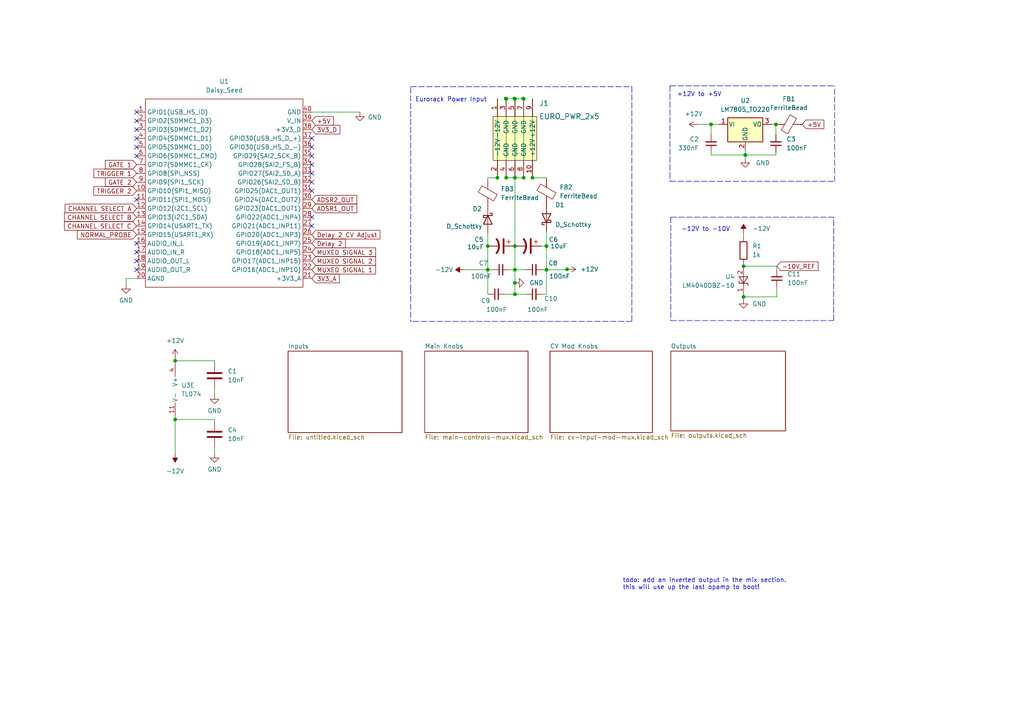
<source format=kicad_sch>
(kicad_sch (version 20211123) (generator eeschema)
  (paper "A4")
  (lib_symbols
    (symbol "Amplifier_Operational:TL074" (pin_names (offset 0.127))
      (property "Reference" "U" (at 0 5.08 0))
      (property "Value" "TL074" (at 0 -5.08 0))
      (symbol "TL074_1_1"
        (polyline (pts (xy -5.08 5.08) (xy 5.08 0) (xy -5.08 -5.08) (xy -5.08 5.08)) (stroke (width 0.254)) (fill (type background)))
        (pin output line (at 7.62 0 180) (length 2.54) (name "~") (number "1"))
        (pin input line (at -7.62 -2.54 0) (length 2.54) (name "-") (number "2"))
        (pin input line (at -7.62 2.54 0) (length 2.54) (name "+") (number "3"))
      )
      (symbol "TL074_2_1"
        (polyline (pts (xy -5.08 5.08) (xy 5.08 0) (xy -5.08 -5.08) (xy -5.08 5.08)) (stroke (width 0.254)) (fill (type background)))
        (pin input line (at -7.62 2.54 0) (length 2.54) (name "+") (number "5"))
        (pin input line (at -7.62 -2.54 0) (length 2.54) (name "-") (number "6"))
        (pin output line (at 7.62 0 180) (length 2.54) (name "~") (number "7"))
      )
      (symbol "TL074_3_1"
        (polyline (pts (xy -5.08 5.08) (xy 5.08 0) (xy -5.08 -5.08) (xy -5.08 5.08)) (stroke (width 0.254)) (fill (type background)))
        (pin input line (at -7.62 2.54 0) (length 2.54) (name "+") (number "10"))
        (pin output line (at 7.62 0 180) (length 2.54) (name "~") (number "8"))
        (pin input line (at -7.62 -2.54 0) (length 2.54) (name "-") (number "9"))
      )
      (symbol "TL074_4_1"
        (polyline (pts (xy -5.08 5.08) (xy 5.08 0) (xy -5.08 -5.08) (xy -5.08 5.08)) (stroke (width 0.254)) (fill (type background)))
        (pin input line (at -7.62 2.54 0) (length 2.54) (name "+") (number "12"))
        (pin input line (at -7.62 -2.54 0) (length 2.54) (name "-") (number "13"))
        (pin output line (at 7.62 0 180) (length 2.54) (name "~") (number "14"))
      )
      (symbol "TL074_5_1"
        (pin power_in line (at -2.54 -7.62 90) (length 3.81) (name "V-") (number "11"))
        (pin power_in line (at -2.54 7.62 270) (length 3.81) (name "V+") (number "4"))
      )
    )
    (symbol "Device:C" (pin_numbers hide) (pin_names (offset 0.254))
      (property "Reference" "C" (at 0.635 2.54 0))
      (property "Value" "C" (at 0.635 -2.54 0))
      (symbol "C_0_1"
        (polyline (pts (xy -2.032 -0.762) (xy 2.032 -0.762)) (stroke (width 0.508)))
        (polyline (pts (xy -2.032 0.762) (xy 2.032 0.762)) (stroke (width 0.508)))
      )
      (symbol "C_1_1"
        (pin passive line (at 0 3.81 270) (length 2.794) (name "~") (number "1"))
        (pin passive line (at 0 -3.81 90) (length 2.794) (name "~") (number "2"))
      )
    )
    (symbol "Device:C_Polarized_US" (pin_numbers hide) (pin_names (offset 0.254) hide)
      (property "Reference" "C" (at 0.635 2.54 0))
      (property "Value" "C_Polarized_US" (at 0.635 -2.54 0))
      (symbol "C_Polarized_US_0_1"
        (polyline (pts (xy -2.032 0.762) (xy 2.032 0.762)) (stroke (width 0.508)))
        (polyline (pts (xy -1.778 2.286) (xy -0.762 2.286)))
        (polyline (pts (xy -1.27 1.778) (xy -1.27 2.794)))
        (arc (start 2.032 -1.27) (mid 0 -0.5572) (end -2.032 -1.27) (stroke (width 0.508)))
      )
      (symbol "C_Polarized_US_1_1"
        (pin passive line (at 0 3.81 270) (length 2.794) (name "~") (number "1"))
        (pin passive line (at 0 -3.81 90) (length 3.302) (name "~") (number "2"))
      )
    )
    (symbol "Device:C_Small" (pin_numbers hide) (pin_names (offset 0.254) hide)
      (property "Reference" "C" (at 0.254 1.778 0))
      (property "Value" "C_Small" (at 0.254 -2.032 0))
      (symbol "C_Small_0_1"
        (polyline (pts (xy -1.524 -0.508) (xy 1.524 -0.508)) (stroke (width 0.3302)))
        (polyline (pts (xy -1.524 0.508) (xy 1.524 0.508)) (stroke (width 0.3048)))
      )
      (symbol "C_Small_1_1"
        (pin passive line (at 0 2.54 270) (length 2.032) (name "~") (number "1"))
        (pin passive line (at 0 -2.54 90) (length 2.032) (name "~") (number "2"))
      )
    )
    (symbol "Device:D_Schottky" (pin_numbers hide) (pin_names (offset 1.016) hide)
      (property "Reference" "D" (at 0 2.54 0))
      (property "Value" "D_Schottky" (at 0 -2.54 0))
      (symbol "D_Schottky_0_1"
        (polyline (pts (xy 1.27 0) (xy -1.27 0)))
        (polyline (pts (xy 1.27 1.27) (xy 1.27 -1.27) (xy -1.27 0) (xy 1.27 1.27)) (stroke (width 0.254)))
        (polyline (pts (xy -1.905 0.635) (xy -1.905 1.27) (xy -1.27 1.27) (xy -1.27 -1.27) (xy -0.635 -1.27) (xy -0.635 -0.635)) (stroke (width 0.254)))
      )
      (symbol "D_Schottky_1_1"
        (pin passive line (at -3.81 0 0) (length 2.54) (name "K") (number "1"))
        (pin passive line (at 3.81 0 180) (length 2.54) (name "A") (number "2"))
      )
    )
    (symbol "Device:FerriteBead" (pin_numbers hide) (pin_names (offset 0))
      (property "Reference" "FB" (at -3.81 0.635 90))
      (property "Value" "FerriteBead" (at 3.81 0 90))
      (symbol "FerriteBead_0_1"
        (polyline (pts (xy 0 -1.27) (xy 0 -1.2192)))
        (polyline (pts (xy 0 1.27) (xy 0 1.2954)))
        (polyline (pts (xy -2.7686 0.4064) (xy -1.7018 2.2606) (xy 2.7686 -0.3048) (xy 1.6764 -2.159) (xy -2.7686 0.4064)))
      )
      (symbol "FerriteBead_1_1"
        (pin passive line (at 0 3.81 270) (length 2.54) (name "~") (number "1"))
        (pin passive line (at 0 -3.81 90) (length 2.54) (name "~") (number "2"))
      )
    )
    (symbol "Device:R" (pin_numbers hide) (pin_names (offset 0))
      (property "Reference" "R" (at 2.032 0 90))
      (property "Value" "R" (at 0 0 90))
      (symbol "R_0_1"
        (rectangle (start -1.016 -2.54) (end 1.016 2.54) (stroke (width 0.254)))
      )
      (symbol "R_1_1"
        (pin passive line (at 0 3.81 270) (length 1.27) (name "~") (number "1"))
        (pin passive line (at 0 -3.81 90) (length 1.27) (name "~") (number "2"))
      )
    )
    (symbol "Reference_Voltage:LM4040DBZ-10" (pin_names (offset 0.0254) hide)
      (property "Reference" "U" (at 0 2.54 0))
      (property "Value" "LM4040DBZ-10" (at 0 -3.175 0))
      (symbol "LM4040DBZ-10_0_1"
        (polyline (pts (xy -1.27 0) (xy 0 0) (xy 1.27 0)))
        (polyline (pts (xy -1.27 -1.27) (xy 0.635 0) (xy -1.27 1.27) (xy -1.27 -1.27)) (stroke (width 0.2032)))
        (polyline (pts (xy 0 -1.27) (xy 0.635 -1.27) (xy 0.635 1.27) (xy 1.27 1.27)) (stroke (width 0.2032)))
      )
      (symbol "LM4040DBZ-10_1_1"
        (pin passive line (at 3.81 0 180) (length 2.54) (name "K") (number "1"))
        (pin passive line (at -3.81 0 0) (length 2.54) (name "A") (number "2"))
      )
    )
    (symbol "Regulator_Linear:MC78M05_TO252" (pin_names (offset 0.254))
      (property "Reference" "U" (at -3.81 3.175 0))
      (property "Value" "MC78M05_TO252" (at 0 3.175 0))
      (symbol "MC78M05_TO252_0_1"
        (rectangle (start -5.08 1.905) (end 5.08 -5.08) (stroke (width 0.254)) (fill (type background)))
      )
      (symbol "MC78M05_TO252_1_1"
        (pin power_in line (at -7.62 0 0) (length 2.54) (name "VI") (number "1"))
        (pin power_in line (at 0 -7.62 90) (length 2.54) (name "GND") (number "2"))
        (pin power_out line (at 7.62 0 180) (length 2.54) (name "VO") (number "3"))
      )
    )
    (symbol "electrosmith-daisy-seed:Daisy_Seed"
      (property "Reference" "U" (at 0 0 0))
      (property "Value" "Daisy_Seed" (at 0 0 0))
      (symbol "Daisy_Seed_0_1"
        (rectangle (start 0 -1.27) (end 45.72 -55.88))
      )
      (symbol "Daisy_Seed_1_1"
        (pin bidirectional line (at -2.54 -5.08 0) (length 2.54) (name "GPIO1(USB_HS_ID)") (number "1"))
        (pin bidirectional line (at -2.54 -27.94 0) (length 2.54) (name "GPIO10(SPI1_MISO)") (number "10"))
        (pin bidirectional line (at -2.54 -30.48 0) (length 2.54) (name "GPIO11(SPI1_MOSI)") (number "11"))
        (pin bidirectional line (at -2.54 -33.02 0) (length 2.54) (name "GPIO12(I2C1_SCL)") (number "12"))
        (pin bidirectional line (at -2.54 -35.56 0) (length 2.54) (name "GPIO13(I2C1_SDA)") (number "13"))
        (pin bidirectional line (at -2.54 -38.1 0) (length 2.54) (name "GPIO14(USART1_TX)") (number "14"))
        (pin bidirectional line (at -2.54 -40.64 0) (length 2.54) (name "GPIO15(USART1_RX)") (number "15"))
        (pin input line (at -2.54 -43.18 0) (length 2.54) (name "AUDIO_IN_L") (number "16"))
        (pin input line (at -2.54 -45.72 0) (length 2.54) (name "AUDIO_IN_R") (number "17"))
        (pin output line (at -2.54 -48.26 0) (length 2.54) (name "AUDIO_OUT_L") (number "18"))
        (pin output line (at -2.54 -50.8 0) (length 2.54) (name "AUDIO_OUT_R") (number "19"))
        (pin bidirectional line (at -2.54 -7.62 0) (length 2.54) (name "GPIO2(SDMMC1_D3)") (number "2"))
        (pin power_in line (at -2.54 -53.34 0) (length 2.54) (name "AGND") (number "20"))
        (pin power_out line (at 48.26 -53.34 180) (length 2.54) (name "+3V3_A") (number "21"))
        (pin bidirectional line (at 48.26 -50.8 180) (length 2.54) (name "GPIO16(ADC1_INP10)") (number "22"))
        (pin bidirectional line (at 48.26 -48.26 180) (length 2.54) (name "GPIO17(ADC1_INP15)") (number "23"))
        (pin bidirectional line (at 48.26 -45.72 180) (length 2.54) (name "GPIO18(ADC1_INP5)") (number "24"))
        (pin bidirectional line (at 48.26 -43.18 180) (length 2.54) (name "GPIO19(ADC1_INP7)") (number "25"))
        (pin bidirectional line (at 48.26 -40.64 180) (length 2.54) (name "GPIO20(ADC1_INP3)") (number "26"))
        (pin bidirectional line (at 48.26 -38.1 180) (length 2.54) (name "GPIO21(ADC1_INP11)") (number "27"))
        (pin bidirectional line (at 48.26 -35.56 180) (length 2.54) (name "GPIO22(ADC1_INP4)") (number "28"))
        (pin bidirectional line (at 48.26 -33.02 180) (length 2.54) (name "GPIO23(DAC1_OUT1)") (number "29"))
        (pin bidirectional line (at -2.54 -10.16 0) (length 2.54) (name "GPIO3(SDMMC1_D2)") (number "3"))
        (pin bidirectional line (at 48.26 -30.48 180) (length 2.54) (name "GPIO24(DAC1_OUT2)") (number "30"))
        (pin bidirectional line (at 48.26 -27.94 180) (length 2.54) (name "GPIO25(DAC1_OUT1)") (number "31"))
        (pin bidirectional line (at 48.26 -25.4 180) (length 2.54) (name "GPIO26(SAI2_SD_B)") (number "32"))
        (pin bidirectional line (at 48.26 -22.86 180) (length 2.54) (name "GPIO27(SAI2_SD_A)") (number "33"))
        (pin bidirectional line (at 48.26 -20.32 180) (length 2.54) (name "GPIO28(SAI2_FS_B)") (number "34"))
        (pin bidirectional line (at 48.26 -17.78 180) (length 2.54) (name "GPIO29(SAI2_SCK_B)") (number "35"))
        (pin bidirectional line (at 48.26 -15.24 180) (length 2.54) (name "GPIO30(USB_HS_D_-)") (number "36"))
        (pin bidirectional line (at 48.26 -12.7 180) (length 2.54) (name "GPIO30(USB_HS_D_+)") (number "37"))
        (pin power_out line (at 48.26 -10.16 180) (length 2.54) (name "+3V3_D") (number "38"))
        (pin power_in line (at 48.26 -7.62 180) (length 2.54) (name "V_IN") (number "39"))
        (pin bidirectional line (at -2.54 -12.7 0) (length 2.54) (name "GPIO4(SDMMC1_D1)") (number "4"))
        (pin power_in line (at 48.26 -5.08 180) (length 2.54) (name "GND") (number "40"))
        (pin bidirectional line (at -2.54 -15.24 0) (length 2.54) (name "GPIO5(SDMMC1_D0)") (number "5"))
        (pin bidirectional line (at -2.54 -17.78 0) (length 2.54) (name "GPIO6(SDMMC1_CMD)") (number "6"))
        (pin bidirectional line (at -2.54 -20.32 0) (length 2.54) (name "GPIO7(SDMMC1_CK)") (number "7"))
        (pin bidirectional line (at -2.54 -22.86 0) (length 2.54) (name "GPIO8(SPI_NSS)") (number "8"))
        (pin bidirectional line (at -2.54 -25.4 0) (length 2.54) (name "GPIO9(SPI1_SCK)") (number "9"))
      )
    )
    (symbol "eurocad:EURO_PWR_2x5" (pin_names (offset 1.016))
      (property "Reference" "J" (at 0 -7.62 0))
      (property "Value" "EURO_PWR_2x5" (at 0 7.62 0))
      (symbol "EURO_PWR_2x5_0_1"
        (rectangle (start -6.35 6.35) (end 6.35 -6.35) (fill (type background)))
      )
      (symbol "EURO_PWR_2x5_1_1"
        (pin power_in line (at -11.43 -5.08 0) (length 5.08) (name "-12V") (number "1"))
        (pin power_in line (at 11.43 5.08 180) (length 5.08) (name "+12V") (number "10"))
        (pin power_in line (at 11.43 -5.08 180) (length 5.08) (name "-12V") (number "2"))
        (pin power_in line (at -11.43 -2.54 0) (length 5.08) (name "GND") (number "3"))
        (pin power_in line (at 11.43 -2.54 180) (length 5.08) (name "GND") (number "4"))
        (pin power_in line (at -11.43 0 0) (length 5.08) (name "GND") (number "5"))
        (pin power_in line (at 11.43 0 180) (length 5.08) (name "GND") (number "6"))
        (pin power_in line (at -11.43 2.54 0) (length 5.08) (name "GND") (number "7"))
        (pin power_in line (at 11.43 2.54 180) (length 5.08) (name "GND") (number "8"))
        (pin power_in line (at -11.43 5.08 0) (length 5.08) (name "+12V") (number "9"))
      )
    )
    (symbol "power:+12V" (power) (pin_names (offset 0))
      (property "Value" "+12V" (at 0 3.556 0))
      (symbol "+12V_0_1"
        (polyline (pts (xy -0.762 1.27) (xy 0 2.54)))
        (polyline (pts (xy 0 0) (xy 0 2.54)))
        (polyline (pts (xy 0 2.54) (xy 0.762 1.27)))
      )
      (symbol "+12V_1_1"
        (pin power_in line (at 0 0 90) (length 0) hide (name "+12V") (number "1"))
      )
    )
    (symbol "power:-12V" (power) (pin_names (offset 0))
      (property "Value" "-12V" (at 0 3.81 0))
      (symbol "-12V_0_0"
        (pin power_in line (at 0 0 90) (length 0) hide (name "-12V") (number "1"))
      )
      (symbol "-12V_0_1"
        (polyline (pts (xy 0 0) (xy 0 1.27) (xy 0.762 1.27) (xy 0 2.54) (xy -0.762 1.27) (xy 0 1.27)) (fill (type outline)))
      )
    )
    (symbol "power:GND" (power) (pin_names (offset 0))
      (property "Value" "GND" (at 0 -3.81 0))
      (symbol "GND_0_1"
        (polyline (pts (xy 0 0) (xy 0 -1.27) (xy 1.27 -1.27) (xy 0 -2.54) (xy -1.27 -1.27) (xy 0 -1.27)))
      )
      (symbol "GND_1_1"
        (pin power_in line (at 0 0 270) (length 0) hide (name "GND") (number "1"))
      )
    )
  )
  (junction (at 151.892 28.702))
  (junction (at 149.352 71.374))
  (junction (at 206.248 36.068))
  (junction (at 149.225 28.575))
  (junction (at 149.352 82.042))
  (junction (at 50.8 104.648))
  (junction (at 225.044 36.068))
  (junction (at 215.646 77.216))
  (junction (at 149.352 85.344))
  (junction (at 154.432 51.562))
  (junction (at 158.496 71.374))
  (junction (at 215.646 86.106))
  (junction (at 141.478 71.374))
  (junction (at 164.465 78.105))
  (junction (at 50.8 121.666))
  (junction (at 144.272 51.562))
  (junction (at 141.478 78.232))
  (junction (at 149.352 78.232))
  (junction (at 146.812 28.702))
  (junction (at 149.352 51.562))
  (junction (at 151.765 28.575))
  (junction (at 158.496 78.232))
  (junction (at 146.685 28.575))
  (junction (at 149.352 28.702))
  (junction (at 151.892 51.562))
  (junction (at 146.812 51.562))
  (junction (at 216.154 44.958))
  (no_connect (at 39.624 35.052))
  (no_connect (at 90.424 62.992))
  (no_connect (at 90.424 65.532))
  (no_connect (at 39.624 37.592))
  (no_connect (at 90.424 45.212))
  (no_connect (at 90.424 55.372))
  (no_connect (at 39.624 78.232))
  (no_connect (at 39.624 40.132))
  (no_connect (at 90.424 40.132))
  (no_connect (at 39.624 57.912))
  (no_connect (at 90.424 47.752))
  (no_connect (at 90.424 42.672))
  (no_connect (at 39.624 75.692))
  (no_connect (at 90.424 52.832))
  (no_connect (at 39.624 70.612))
  (no_connect (at 90.424 50.292))
  (no_connect (at 39.624 32.512))
  (no_connect (at 39.624 73.152))
  (no_connect (at 39.624 45.212))
  (no_connect (at 39.624 42.672))
  (wire (pts (xy 158.496 51.562) (xy 158.496 51.816)))
  (wire (pts (xy 149.352 51.562) (xy 151.892 51.562)))
  (wire (pts (xy 149.352 78.232) (xy 152.4 78.232)))
  (wire (pts (xy 206.248 36.068) (xy 208.534 36.068)))
  (polyline (pts (xy 241.808 92.964) (xy 241.808 62.992)))
  (wire (pts (xy 141.478 51.562) (xy 144.272 51.562)))
  (wire (pts (xy 141.478 52.324) (xy 141.478 51.562)))
  (wire (pts (xy 149.352 28.702) (xy 149.352 51.562)))
  (wire (pts (xy 157.48 85.344) (xy 158.496 85.344)))
  (wire (pts (xy 146.558 85.344) (xy 149.352 85.344)))
  (wire (pts (xy 156.972 71.374) (xy 158.496 71.374)))
  (polyline (pts (xy 119.126 84.201) (xy 119.126 25.146)))
  (wire (pts (xy 149.352 71.374) (xy 149.352 78.232)))
  (polyline (pts (xy 183.261 25.146) (xy 183.261 93.218)))
  (wire (pts (xy 134.62 78.232) (xy 141.478 78.232)))
  (wire (pts (xy 62.23 105.156) (xy 62.23 104.648)))
  (wire (pts (xy 215.646 76.454) (xy 215.646 77.216)))
  (wire (pts (xy 149.352 85.344) (xy 152.4 85.344)))
  (wire (pts (xy 158.496 78.232) (xy 157.48 78.232)))
  (wire (pts (xy 223.774 36.068) (xy 225.044 36.068)))
  (wire (pts (xy 146.812 28.702) (xy 146.812 51.562)))
  (polyline (pts (xy 194.31 24.892) (xy 242.062 24.892)))
  (wire (pts (xy 154.432 28.702) (xy 154.432 51.562)))
  (wire (pts (xy 225.044 44.958) (xy 216.154 44.958)))
  (wire (pts (xy 50.8 104.648) (xy 50.8 103.886)))
  (wire (pts (xy 50.8 104.648) (xy 50.8 105.41)))
  (wire (pts (xy 50.8 131.572) (xy 50.8 121.666)))
  (wire (pts (xy 154.432 51.562) (xy 158.496 51.562)))
  (polyline (pts (xy 183.261 93.218) (xy 119.126 93.218)))
  (polyline (pts (xy 194.564 62.992) (xy 194.564 92.964)))
  (wire (pts (xy 146.685 28.575) (xy 149.225 28.575)))
  (polyline (pts (xy 242.062 52.578) (xy 242.062 24.892)))
  (wire (pts (xy 62.23 122.174) (xy 62.23 121.666)))
  (wire (pts (xy 206.248 36.068) (xy 206.248 39.116)))
  (wire (pts (xy 215.646 67.564) (xy 215.646 68.834)))
  (wire (pts (xy 62.23 112.776) (xy 62.23 114.554)))
  (wire (pts (xy 164.592 78.232) (xy 164.465 78.105)))
  (wire (pts (xy 50.8 121.666) (xy 62.23 121.666)))
  (wire (pts (xy 215.646 77.216) (xy 215.646 77.724)))
  (wire (pts (xy 62.23 129.794) (xy 62.23 131.572)))
  (wire (pts (xy 151.892 28.702) (xy 151.765 28.575)))
  (wire (pts (xy 144.272 28.702) (xy 144.272 51.562)))
  (wire (pts (xy 147.828 78.232) (xy 149.352 78.232)))
  (polyline (pts (xy 119.126 83.566) (xy 119.126 93.218)))
  (wire (pts (xy 62.23 104.648) (xy 50.8 104.648)))
  (wire (pts (xy 158.496 71.374) (xy 158.496 67.056)))
  (wire (pts (xy 90.424 32.512) (xy 104.394 32.512)))
  (wire (pts (xy 146.812 28.702) (xy 146.685 28.575)))
  (polyline (pts (xy 194.31 52.578) (xy 242.062 52.578)))
  (wire (pts (xy 225.298 86.106) (xy 215.646 86.106)))
  (wire (pts (xy 215.646 86.106) (xy 215.646 86.868)))
  (wire (pts (xy 225.298 83.312) (xy 225.298 86.106)))
  (wire (pts (xy 149.352 71.374) (xy 149.098 71.374)))
  (wire (pts (xy 36.576 82.55) (xy 36.576 80.772)))
  (wire (pts (xy 149.225 28.575) (xy 151.765 28.575)))
  (wire (pts (xy 141.478 71.374) (xy 141.478 78.232)))
  (polyline (pts (xy 194.564 92.964) (xy 241.808 92.964)))
  (wire (pts (xy 206.248 44.958) (xy 216.154 44.958)))
  (wire (pts (xy 216.154 43.688) (xy 216.154 44.958)))
  (wire (pts (xy 225.044 44.196) (xy 225.044 44.958)))
  (polyline (pts (xy 194.564 62.992) (xy 241.808 62.992)))
  (wire (pts (xy 149.352 78.232) (xy 149.352 82.042)))
  (wire (pts (xy 149.352 28.702) (xy 149.225 28.575)))
  (wire (pts (xy 151.892 28.702) (xy 151.892 51.562)))
  (wire (pts (xy 149.352 82.042) (xy 149.352 85.344)))
  (wire (pts (xy 225.044 39.116) (xy 225.044 36.068)))
  (wire (pts (xy 206.248 44.196) (xy 206.248 44.958)))
  (wire (pts (xy 215.646 85.344) (xy 215.646 86.106)))
  (polyline (pts (xy 194.31 24.892) (xy 194.31 52.578)))
  (wire (pts (xy 158.496 78.232) (xy 164.592 78.232)))
  (polyline (pts (xy 119.126 25.146) (xy 183.261 25.146)))
  (wire (pts (xy 225.298 77.216) (xy 215.646 77.216)))
  (wire (pts (xy 141.478 78.232) (xy 141.478 85.344)))
  (wire (pts (xy 36.576 80.772) (xy 39.624 80.772)))
  (wire (pts (xy 158.496 78.232) (xy 158.496 85.344)))
  (wire (pts (xy 146.812 51.562) (xy 149.352 51.562)))
  (wire (pts (xy 225.298 78.232) (xy 225.298 77.216)))
  (wire (pts (xy 216.154 44.958) (xy 216.154 45.974)))
  (wire (pts (xy 50.8 120.65) (xy 50.8 121.666)))
  (wire (pts (xy 149.352 51.562) (xy 149.352 71.374)))
  (wire (pts (xy 202.438 36.068) (xy 206.248 36.068)))
  (wire (pts (xy 158.496 71.374) (xy 158.496 78.232)))
  (wire (pts (xy 141.478 78.232) (xy 142.748 78.232)))
  (wire (pts (xy 141.478 67.564) (xy 141.478 71.374)))
  (text "todo: add an inverted output in the mix section.\nthis will use up the last opamp to boot!" (at 180.594 171.196 0) (effects (font (size 1.27 1.27)) (justify left bottom)))
  (text "-12V to -10V" (at 197.612 67.31 0) (effects (font (size 1.27 1.27)) (justify left bottom)))
  (text "Eurorack Power Input" (at 120.396 29.718 0) (effects (font (size 1.27 1.27)) (justify left bottom)))
  (text "+12V to +5V" (at 196.342 28.194 0) (effects (font (size 1.27 1.27)) (justify left bottom)))
  (global_label "ADSR1_OUT" (shape input) (at 90.424 60.452 0) (property "Intersheet References" "${INTERSHEET_REFS}" (effects hide)))
  (global_label "GATE 1" (shape input) (at 39.624 47.752 180) (property "Intersheet References" "${INTERSHEET_REFS}" (effects hide)))
  (global_label "+5V" (shape input) (at 232.664 36.068 0) (property "Intersheet References" "${INTERSHEET_REFS}" (effects hide)))
  (global_label "+5V" (shape input) (at 90.424 35.052 0) (property "Intersheet References" "${INTERSHEET_REFS}" (effects hide)))
  (global_label "3V3_A" (shape input) (at 90.424 80.772 0) (property "Intersheet References" "${INTERSHEET_REFS}" (effects hide)))
  (global_label "CHANNEL SELECT A" (shape input) (at 39.624 60.452 180) (property "Intersheet References" "${INTERSHEET_REFS}" (effects hide)))
  (global_label "-10V_REF" (shape input) (at 225.298 77.216 0) (property "Intersheet References" "${INTERSHEET_REFS}" (effects hide)))
  (global_label "3V3_D" (shape input) (at 90.424 37.592 0) (property "Intersheet References" "${INTERSHEET_REFS}" (effects hide)))
  (global_label "Delay 2" (shape input) (at 90.424 70.612 0) (property "Intersheet References" "${INTERSHEET_REFS}" (effects hide)))
  (global_label "ADSR2_OUT" (shape input) (at 90.424 57.912 0) (property "Intersheet References" "${INTERSHEET_REFS}" (effects hide)))
  (global_label "TRIGGER 2" (shape input) (at 39.624 55.372 180) (property "Intersheet References" "${INTERSHEET_REFS}" (effects hide)))
  (global_label "MUXED SIGNAL 1" (shape input) (at 90.424 78.232 0) (property "Intersheet References" "${INTERSHEET_REFS}" (effects hide)))
  (global_label "Delay 2 CV Adjust" (shape input) (at 90.424 68.072 0) (property "Intersheet References" "${INTERSHEET_REFS}" (effects hide)))
  (global_label "GATE 2" (shape input) (at 39.624 52.832 180) (property "Intersheet References" "${INTERSHEET_REFS}" (effects hide)))
  (global_label "MUXED SIGNAL 2" (shape input) (at 90.424 75.692 0) (property "Intersheet References" "${INTERSHEET_REFS}" (effects hide)))
  (global_label "TRIGGER 1" (shape input) (at 39.624 50.292 180) (property "Intersheet References" "${INTERSHEET_REFS}" (effects hide)))
  (global_label "MUXED SIGNAL 3" (shape input) (at 90.424 73.152 0) (property "Intersheet References" "${INTERSHEET_REFS}" (effects hide)))
  (global_label "CHANNEL SELECT B" (shape input) (at 39.624 62.992 180) (property "Intersheet References" "${INTERSHEET_REFS}" (effects hide)))
  (global_label "NORMAL_PROBE" (shape input) (at 39.624 68.072 180) (property "Intersheet References" "${INTERSHEET_REFS}" (effects hide)))
  (global_label "CHANNEL SELECT C" (shape input) (at 39.624 65.532 180) (property "Intersheet References" "${INTERSHEET_REFS}" (effects hide)))
  (symbol (lib_id "power:GND") (at 104.394 32.512 0) (unit 1)
    (property "Reference" "#PWR01" (effects hide))
    (property "Value" "GND" (at 108.712 34.036 0))
  )
  (symbol (lib_id "eurocad:EURO_PWR_2x5") (at 149.352 40.132 270) (unit 1)
    (property "Reference" "J1" (at 156.337 29.972 90) (effects (font (size 1.524 1.524)) (justify left)))
    (property "Value" "EURO_PWR_2x5" (at 156.337 33.782 90) (effects (font (size 1.524 1.524)) (justify left)))
    (property "Footprint" "Connector_IDC:IDC-Header_2x05_P2.54mm_Vertical" (effects hide))
  )
  (symbol (lib_id "Device:D_Schottky") (at 158.496 63.246 90) (unit 1)
    (property "Reference" "D1" (at 161.036 59.436 90) (effects (justify right)))
    (property "Value" "D_Schottky" (at 161.036 65.151 90) (effects (justify right)))
    (property "Footprint" "Diode_SMD:D_SOD-123" (effects hide))
  )
  (symbol (lib_id "power:-12V") (at 50.8 131.572 180) (unit 1)
    (property "Reference" "#PWR07" (effects hide))
    (property "Value" "-12V" (at 50.8 136.652 0))
  )
  (symbol (lib_id "electrosmith-daisy-seed:Daisy_Seed") (at 42.164 27.432 0) (unit 1)
    (property "Reference" "U1" (at 65.024 23.622 0))
    (property "Value" "Daisy_Seed" (at 65.024 26.162 0))
    (property "Footprint" "daisy-seed:Daisy_Seed" (effects hide))
  )
  (symbol (lib_id "Amplifier_Operational:TL074") (at 53.34 113.03 0) (unit 5)
    (property "Reference" "U3" (at 52.578 111.7599 0) (effects (justify left)))
    (property "Value" "TL074" (at 52.578 114.2999 0) (effects (justify left)))
    (property "Footprint" "Package_SO:SOIC-14_3.9x8.7mm_P1.27mm" (effects hide))
    (property "Datasheet" "http://www.ti.com/lit/ds/symlink/tl071.pdf" (effects hide))
  )
  (symbol (lib_id "power:GND") (at 215.646 86.868 0) (unit 1)
    (property "Reference" "#PWR014" (effects hide))
    (property "Value" "GND" (at 218.186 88.1379 0) (effects (justify left)))
  )
  (symbol (lib_id "power:GND") (at 36.576 82.55 0) (unit 1)
    (property "Reference" "#PWR013" (effects hide))
    (property "Value" "GND" (at 36.576 87.122 0))
  )
  (symbol (lib_id "power:-12V") (at 134.62 78.232 90) (unit 1)
    (property "Reference" "#PWR010" (effects hide))
    (property "Value" "-12V" (at 131.445 78.2319 90) (effects (justify left)))
  )
  (symbol (lib_id "Device:C_Polarized_US") (at 145.288 71.374 270) (unit 1)
    (property "Reference" "C5" (at 138.938 69.469 90))
    (property "Value" "10uF" (at 137.922 71.628 90))
    (property "Footprint" "Capacitor_SMD:C_0805_2012Metric" (effects hide))
  )
  (symbol (lib_id "Device:C_Small") (at 144.018 85.344 90) (unit 1)
    (property "Reference" "C9" (at 140.843 87.249 90))
    (property "Value" "100nF" (at 144.018 89.789 90))
    (property "Footprint" "Capacitor_SMD:C_0805_2012Metric" (effects hide))
  )
  (symbol (lib_id "Device:C") (at 62.23 108.966 0) (unit 1)
    (property "Reference" "C1" (at 66.04 107.6959 0) (effects (justify left)))
    (property "Value" "10nF" (at 66.04 110.2359 0) (effects (justify left)))
    (property "Footprint" "Capacitor_SMD:C_0805_2012Metric" (effects hide))
  )
  (symbol (lib_id "Device:C_Small") (at 154.94 78.232 90) (unit 1)
    (property "Reference" "C8" (at 160.401 76.327 90))
    (property "Value" "100nF" (at 162.306 80.137 90))
    (property "Footprint" "Capacitor_SMD:C_0805_2012Metric" (effects hide))
  )
  (symbol (lib_id "Device:C_Small") (at 145.288 78.232 90) (unit 1)
    (property "Reference" "C7" (at 140.208 76.327 90))
    (property "Value" "100nF" (at 139.573 80.137 90))
    (property "Footprint" "Capacitor_SMD:C_0805_2012Metric" (effects hide))
  )
  (symbol (lib_id "power:GND") (at 62.23 131.572 0) (unit 1)
    (property "Reference" "#PWR08" (effects hide))
    (property "Value" "GND" (at 62.23 136.144 0))
  )
  (symbol (lib_id "Device:C_Small") (at 225.044 41.656 180) (unit 1)
    (property "Reference" "C3" (at 228.092 40.3795 0) (effects (justify right)))
    (property "Value" "100nF" (at 228.092 42.9195 0) (effects (justify right)))
    (property "Footprint" "Capacitor_SMD:C_0805_2012Metric" (effects hide))
  )
  (symbol (lib_id "Device:C_Small") (at 154.94 85.344 90) (unit 1)
    (property "Reference" "C10" (at 159.766 86.614 90))
    (property "Value" "100nF" (at 155.956 89.789 90))
    (property "Footprint" "Capacitor_SMD:C_0805_2012Metric" (effects hide))
  )
  (symbol (lib_id "power:-12V") (at 215.646 67.564 0) (unit 1)
    (property "Reference" "#PWR09" (effects hide))
    (property "Value" "-12V" (at 218.186 66.2939 0) (effects (justify left)))
  )
  (symbol (lib_id "Device:FerriteBead") (at 228.854 36.068 90) (unit 1)
    (property "Reference" "FB1" (at 228.8032 28.702 90))
    (property "Value" "FerriteBead" (at 228.8032 31.242 90))
    (property "Footprint" "Inductor_SMD:L_0805_2012Metric" (effects hide))
  )
  (symbol (lib_id "power:GND") (at 216.154 45.974 0) (unit 1)
    (property "Reference" "#PWR06" (effects hide))
    (property "Value" "GND" (at 219.202 47.2439 0) (effects (justify left)))
  )
  (symbol (lib_id "Device:C_Small") (at 206.248 41.656 180) (unit 1)
    (property "Reference" "C2" (at 202.692 40.3795 0) (effects (justify left)))
    (property "Value" "330nF" (at 202.692 42.9195 0) (effects (justify left)))
    (property "Footprint" "Capacitor_SMD:C_0805_2012Metric" (effects hide))
  )
  (symbol (lib_id "Device:R") (at 215.646 72.644 180) (unit 1)
    (property "Reference" "R1" (at 218.186 71.3739 0) (effects (justify right)))
    (property "Value" "1k" (at 218.186 73.9139 0) (effects (justify right)))
    (property "Footprint" "Resistor_SMD:R_0805_2012Metric" (effects hide))
  )
  (symbol (lib_id "power:+12V") (at 164.465 78.105 270) (unit 1)
    (property "Reference" "#PWR011" (effects hide))
    (property "Value" "+12V" (at 168.275 78.1049 90) (effects (justify left)))
  )
  (symbol (lib_id "Device:C") (at 62.23 125.984 0) (unit 1)
    (property "Reference" "C4" (at 66.04 124.7139 0) (effects (justify left)))
    (property "Value" "10nF" (at 66.04 127.2539 0) (effects (justify left)))
    (property "Footprint" "Capacitor_SMD:C_0805_2012Metric" (effects hide))
  )
  (symbol (lib_id "Device:C_Small") (at 225.298 80.772 180) (unit 1)
    (property "Reference" "C11" (at 228.346 79.4955 0) (effects (justify right)))
    (property "Value" "100nF" (at 228.346 82.0355 0) (effects (justify right)))
    (property "Footprint" "Capacitor_SMD:C_0805_2012Metric" (effects hide))
  )
  (symbol (lib_id "Device:C_Polarized_US") (at 153.162 71.374 270) (unit 1)
    (property "Reference" "C6" (at 160.528 69.469 90))
    (property "Value" "10uF" (at 162.052 71.374 90))
    (property "Footprint" "Capacitor_SMD:C_0805_2012Metric" (effects hide))
  )
  (symbol (lib_id "power:GND") (at 149.352 82.042 90) (unit 1)
    (property "Reference" "#PWR012" (effects hide))
    (property "Value" "GND" (at 153.543 82.0419 90) (effects (justify right)))
  )
  (symbol (lib_id "power:+12V") (at 50.8 103.886 0) (unit 1)
    (property "Reference" "#PWR03" (effects hide))
    (property "Value" "+12V" (at 50.8 98.806 0))
  )
  (symbol (lib_id "Device:FerriteBead") (at 141.478 56.134 0) (unit 1)
    (property "Reference" "FB3" (at 145.288 54.8131 0) (effects (justify left)))
    (property "Value" "FerriteBead" (at 145.288 57.3531 0) (effects (justify left)))
    (property "Footprint" "Inductor_SMD:L_0805_2012Metric" (effects hide))
  )
  (symbol (lib_id "Reference_Voltage:LM4040DBZ-10") (at 215.646 81.534 270) (unit 1)
    (property "Reference" "U4" (at 213.106 80.2639 90) (effects (justify right)))
    (property "Value" "LM4040DBZ-10" (at 213.106 82.8039 90) (effects (justify right)))
    (property "Footprint" "Package_TO_SOT_SMD:SOT-23" (effects hide))
    (property "Datasheet" "http://www.ti.com/lit/ds/symlink/lm4040-n.pdf" (effects hide))
  )
  (symbol (lib_id "Regulator_Linear:MC78M05_TO252") (at 216.154 36.068 0) (unit 1)
    (property "Reference" "U2" (at 216.154 29.21 0))
    (property "Value" "LM7805_TO220" (at 216.154 31.75 0))
    (property "Footprint" "Package_TO_SOT_SMD:TO-252-2" (effects hide))
    (property "Datasheet" "https://www.onsemi.com/pub/Collateral/MC78M00-D.PDF" (effects hide))
  )
  (symbol (lib_id "power:+12V") (at 202.438 36.068 90) (unit 1)
    (property "Reference" "#PWR04" (effects hide))
    (property "Value" "+12V" (at 201.168 33.02 90))
  )
  (symbol (lib_id "power:GND") (at 62.23 114.554 0) (unit 1)
    (property "Reference" "#PWR05" (effects hide))
    (property "Value" "GND" (at 62.23 119.126 0))
  )
  (symbol (lib_id "Device:FerriteBead") (at 158.496 55.626 0) (unit 1)
    (property "Reference" "FB2" (at 162.306 54.3051 0) (effects (justify left)))
    (property "Value" "FerriteBead" (at 162.306 56.8451 0) (effects (justify left)))
    (property "Footprint" "Inductor_SMD:L_0805_2012Metric" (effects hide))
  )
  (symbol (lib_id "Device:D_Schottky") (at 141.478 63.754 270) (unit 1)
    (property "Reference" "D2" (at 137.033 60.579 90) (effects (justify left)))
    (property "Value" "D_Schottky" (at 129.413 65.659 90) (effects (justify left)))
    (property "Footprint" "Diode_SMD:D_SOD-123" (effects hide))
  )
  (sheet (at 159.512 101.854) (size 29.718 23.622) (stroke (width 0.1524))
    (property "Sheet name" "CV Mod Knobs" (at 159.512 101.1424 0) (effects (justify left bottom)))
    (property "Sheet file" "cv-input-mod-mux.kicad_sch" (at 159.512 126.0606 0) (effects (justify left top)))
  )
  (sheet (at 194.564 101.854) (size 33.274 23.114) (stroke (width 0.1524))
    (property "Sheet name" "Outputs" (at 194.564 101.1424 0) (effects (justify left bottom)))
    (property "Sheet file" "outputs.kicad_sch" (at 194.564 125.5526 0) (effects (justify left top)))
  )
  (sheet (at 123.19 101.854) (size 29.972 23.622) (stroke (width 0.1524))
    (property "Sheet name" "Main Knobs" (at 123.19 101.1424 0) (effects (justify left bottom)))
    (property "Sheet file" "main-controls-mux.kicad_sch" (at 123.19 126.0606 0) (effects (justify left top)))
  )
  (sheet (at 83.566 101.854) (size 33.02 23.622) (stroke (width 0.1524))
    (property "Sheet name" "Inputs" (at 83.566 101.1424 0) (effects (justify left bottom)))
    (property "Sheet file" "untitled.kicad_sch" (at 83.566 126.0606 0) (effects (justify left top)))
  )
)
</source>
